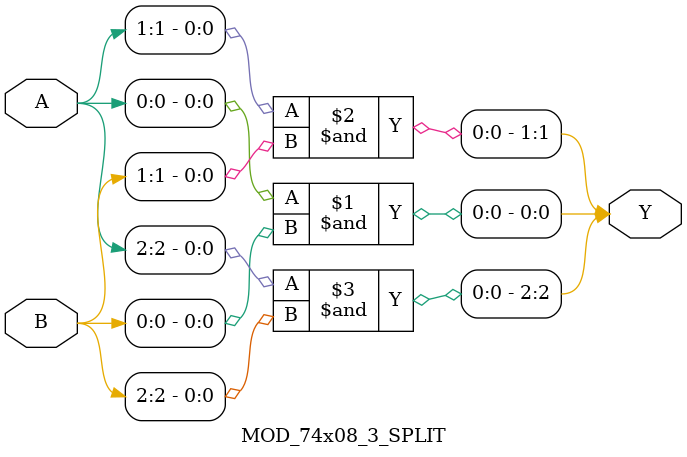
<source format=v>
module MOD_74x08_3 (
    input [0:2] A,
    input [0:2] B,
    output [0:2] Y);

assign Y = A & B;

endmodule

module MOD_74x08_3_SPLIT (
    input [0:2] A,
    input [0:2] B,
    output [0:2] Y);

assign Y[0] = A[0] & B[0];
assign Y[1] = A[1] & B[1];
assign Y[2] = A[2] & B[2];

endmodule
</source>
